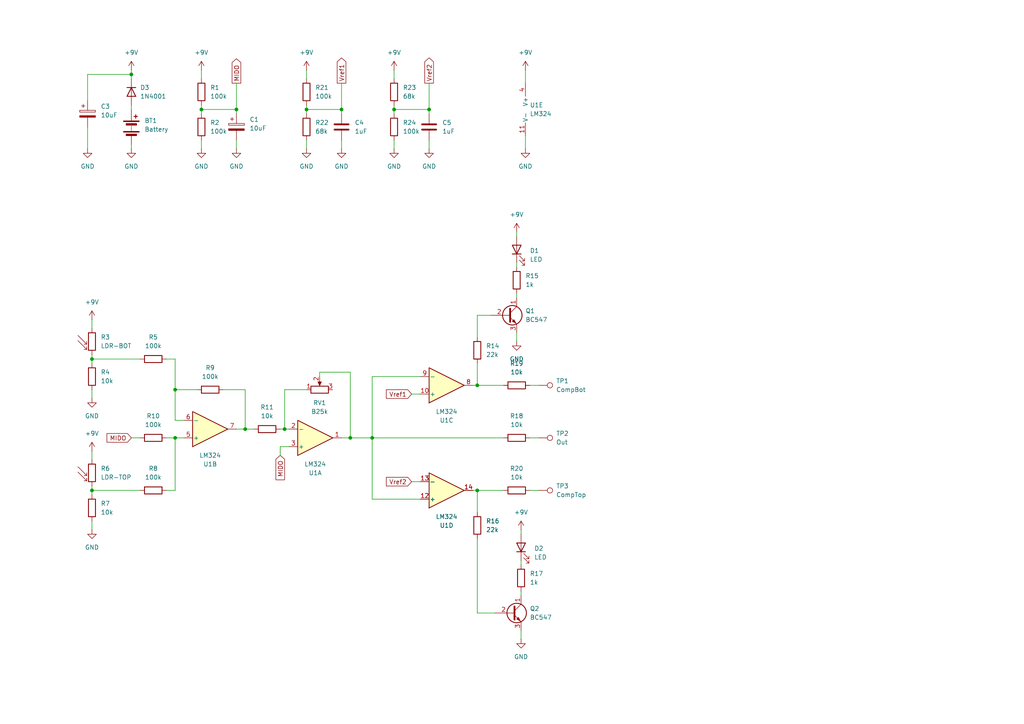
<source format=kicad_sch>
(kicad_sch (version 20231120) (generator "eeschema") (generator_version "8.0")
  (paper "A4")
  (title_block (title "Dlopper LSDA") (date "2025-02-08") (rev "2") (company "Neil Massey"))
  (lib_symbols
    (symbol "Amplifier_Operational:LM324" (pin_names (offset 0.127))
      (property "Reference" "U" (at 0 5.08 0))
      (property "Value" "LM324" (at 0 -5.08 0))
      (symbol "LM324_1_1"
        (polyline (pts (xy -5.08 5.08) (xy 5.08 0) (xy -5.08 -5.08) (xy -5.08 5.08)) (stroke (width 0.254)) (fill (type background)))
        (pin output line (at 7.62 0 180) (length 2.54) (name "~") (number "1"))
        (pin input line (at -7.62 -2.54 0) (length 2.54) (name "-") (number "2"))
        (pin input line (at -7.62 2.54 0) (length 2.54) (name "+") (number "3"))
      )
      (symbol "LM324_2_1"
        (polyline (pts (xy -5.08 5.08) (xy 5.08 0) (xy -5.08 -5.08) (xy -5.08 5.08)) (stroke (width 0.254)) (fill (type background)))
        (pin input line (at -7.62 2.54 0) (length 2.54) (name "+") (number "5"))
        (pin input line (at -7.62 -2.54 0) (length 2.54) (name "-") (number "6"))
        (pin output line (at 7.62 0 180) (length 2.54) (name "~") (number "7"))
      )
      (symbol "LM324_3_1"
        (polyline (pts (xy -5.08 5.08) (xy 5.08 0) (xy -5.08 -5.08) (xy -5.08 5.08)) (stroke (width 0.254)) (fill (type background)))
        (pin input line (at -7.62 2.54 0) (length 2.54) (name "+") (number "10"))
        (pin output line (at 7.62 0 180) (length 2.54) (name "~") (number "8"))
        (pin input line (at -7.62 -2.54 0) (length 2.54) (name "-") (number "9"))
      )
      (symbol "LM324_4_1"
        (polyline (pts (xy -5.08 5.08) (xy 5.08 0) (xy -5.08 -5.08) (xy -5.08 5.08)) (stroke (width 0.254)) (fill (type background)))
        (pin input line (at -7.62 2.54 0) (length 2.54) (name "+") (number "12"))
        (pin input line (at -7.62 -2.54 0) (length 2.54) (name "-") (number "13"))
        (pin output line (at 7.62 0 180) (length 2.54) (name "~") (number "14"))
      )
      (symbol "LM324_5_1"
        (pin power_in line (at -2.54 -7.62 90) (length 3.81) (name "V-") (number "11"))
        (pin power_in line (at -2.54 7.62 270) (length 3.81) (name "V+") (number "4"))
      )
    )
    (symbol "Connector:TestPoint" (pin_numbers hide) (pin_names (offset 0.762) hide)
      (property "Reference" "TP" (at 0 6.858 0))
      (property "Value" "TestPoint" (at 0 5.08 0))
      (symbol "TestPoint_0_1"
        (circle (center 0 3.302) (radius 0.762))
      )
      (symbol "TestPoint_1_1"
        (pin passive line (at 0 0 90) (length 2.54) (name "1") (number "1"))
      )
    )
    (symbol "Device:Battery" (pin_numbers hide) (pin_names (offset 0) hide)
      (property "Reference" "BT" (at 2.54 2.54 0))
      (property "Value" "Battery" (at 2.54 0 0))
      (symbol "Battery_0_1"
        (rectangle (start -2.286 -1.27) (end 2.286 -1.524) (fill (type outline)))
        (rectangle (start -2.286 1.778) (end 2.286 1.524) (fill (type outline)))
        (rectangle (start -1.524 -2.032) (end 1.524 -2.54) (fill (type outline)))
        (rectangle (start -1.524 1.016) (end 1.524 0.508) (fill (type outline)))
        (polyline (pts (xy 0 -1.016) (xy 0 -0.762)))
        (polyline (pts (xy 0 -0.508) (xy 0 -0.254)))
        (polyline (pts (xy 0 0) (xy 0 0.254)))
        (polyline (pts (xy 0 1.778) (xy 0 2.54)))
        (polyline (pts (xy 0.762 3.048) (xy 1.778 3.048)) (stroke (width 0.254)))
        (polyline (pts (xy 1.27 3.556) (xy 1.27 2.54)) (stroke (width 0.254)))
      )
      (symbol "Battery_1_1"
        (pin passive line (at 0 5.08 270) (length 2.54) (name "+") (number "1"))
        (pin passive line (at 0 -5.08 90) (length 2.54) (name "-") (number "2"))
      )
    )
    (symbol "Device:C" (pin_numbers hide) (pin_names (offset 0.254))
      (property "Reference" "C" (at 0.635 2.54 0))
      (property "Value" "C" (at 0.635 -2.54 0))
      (symbol "C_0_1"
        (polyline (pts (xy -2.032 -0.762) (xy 2.032 -0.762)) (stroke (width 0.508)))
        (polyline (pts (xy -2.032 0.762) (xy 2.032 0.762)) (stroke (width 0.508)))
      )
      (symbol "C_1_1"
        (pin passive line (at 0 3.81 270) (length 2.794) (name "~") (number "1"))
        (pin passive line (at 0 -3.81 90) (length 2.794) (name "~") (number "2"))
      )
    )
    (symbol "Device:C_Polarized" (pin_numbers hide) (pin_names (offset 0.254))
      (property "Reference" "C" (at 0.635 2.54 0))
      (property "Value" "C_Polarized" (at 0.635 -2.54 0))
      (symbol "C_Polarized_0_1"
        (rectangle (start -2.286 0.508) (end 2.286 1.016))
        (polyline (pts (xy -1.778 2.286) (xy -0.762 2.286)))
        (polyline (pts (xy -1.27 2.794) (xy -1.27 1.778)))
        (rectangle (start 2.286 -0.508) (end -2.286 -1.016) (fill (type outline)))
      )
      (symbol "C_Polarized_1_1"
        (pin passive line (at 0 3.81 270) (length 2.794) (name "~") (number "1"))
        (pin passive line (at 0 -3.81 90) (length 2.794) (name "~") (number "2"))
      )
    )
    (symbol "Device:LED" (pin_numbers hide) (pin_names (offset 1.016) hide)
      (property "Reference" "D" (at 0 2.54 0))
      (property "Value" "LED" (at 0 -2.54 0))
      (symbol "LED_0_1"
        (polyline (pts (xy -1.27 -1.27) (xy -1.27 1.27)) (stroke (width 0.254)))
        (polyline (pts (xy -1.27 0) (xy 1.27 0)))
        (polyline (pts (xy 1.27 -1.27) (xy 1.27 1.27) (xy -1.27 0) (xy 1.27 -1.27)) (stroke (width 0.254)))
        (polyline (pts (xy -3.048 -0.762) (xy -4.572 -2.286) (xy -3.81 -2.286) (xy -4.572 -2.286) (xy -4.572 -1.524)))
        (polyline (pts (xy -1.778 -0.762) (xy -3.302 -2.286) (xy -2.54 -2.286) (xy -3.302 -2.286) (xy -3.302 -1.524)))
      )
      (symbol "LED_1_1"
        (pin passive line (at -3.81 0 0) (length 2.54) (name "K") (number "1"))
        (pin passive line (at 3.81 0 180) (length 2.54) (name "A") (number "2"))
      )
    )
    (symbol "Device:R" (pin_numbers hide) (pin_names (offset 0))
      (property "Reference" "R" (at 2.032 0 90))
      (property "Value" "R" (at 0 0 90))
      (symbol "R_0_1"
        (rectangle (start -1.016 -2.54) (end 1.016 2.54) (stroke (width 0.254)))
      )
      (symbol "R_1_1"
        (pin passive line (at 0 3.81 270) (length 1.27) (name "~") (number "1"))
        (pin passive line (at 0 -3.81 90) (length 1.27) (name "~") (number "2"))
      )
    )
    (symbol "Device:R_Potentiometer" (pin_names (offset 1.016) hide)
      (property "Reference" "RV" (at -4.445 0 90))
      (property "Value" "R_Potentiometer" (at -2.54 0 90))
      (symbol "R_Potentiometer_0_1"
        (polyline (pts (xy 2.54 0) (xy 1.524 0)))
        (polyline (pts (xy 1.143 0) (xy 2.286 0.508) (xy 2.286 -0.508) (xy 1.143 0)) (fill (type outline)))
        (rectangle (start 1.016 2.54) (end -1.016 -2.54) (stroke (width 0.254)))
      )
      (symbol "R_Potentiometer_1_1"
        (pin passive line (at 0 3.81 270) (length 1.27) (name "1") (number "1"))
        (pin passive line (at 3.81 0 180) (length 1.27) (name "2") (number "2"))
        (pin passive line (at 0 -3.81 90) (length 1.27) (name "3") (number "3"))
      )
    )
    (symbol "Diode:1N4001" (pin_numbers hide) (pin_names hide)
      (property "Reference" "D" (at 0 2.54 0))
      (property "Value" "1N4001" (at 0 -2.54 0))
      (symbol "1N4001_0_1"
        (polyline (pts (xy -1.27 1.27) (xy -1.27 -1.27)) (stroke (width 0.254)))
        (polyline (pts (xy 1.27 0) (xy -1.27 0)))
        (polyline (pts (xy 1.27 1.27) (xy 1.27 -1.27) (xy -1.27 0) (xy 1.27 1.27)) (stroke (width 0.254)))
      )
      (symbol "1N4001_1_1"
        (pin passive line (at -3.81 0 0) (length 2.54) (name "K") (number "1"))
        (pin passive line (at 3.81 0 180) (length 2.54) (name "A") (number "2"))
      )
    )
    (symbol "Sensor_Optical:LDR03" (pin_numbers hide) (pin_names (offset 0))
      (property "Reference" "R" (at -5.08 0 90))
      (property "Value" "LDR03" (at 1.905 0 90))
      (symbol "LDR03_0_1"
        (rectangle (start -1.016 2.54) (end 1.016 -2.54) (stroke (width 0.254)))
        (polyline (pts (xy -1.524 -2.286) (xy -4.064 0.254)))
        (polyline (pts (xy -1.524 -2.286) (xy -2.286 -2.286)))
        (polyline (pts (xy -1.524 -2.286) (xy -1.524 -1.524)))
        (polyline (pts (xy -1.524 -0.762) (xy -4.064 1.778)))
        (polyline (pts (xy -1.524 -0.762) (xy -2.286 -0.762)))
        (polyline (pts (xy -1.524 -0.762) (xy -1.524 0)))
      )
      (symbol "LDR03_1_1"
        (pin passive line (at 0 3.81 270) (length 1.27) (name "~") (number "1"))
        (pin passive line (at 0 -3.81 90) (length 1.27) (name "~") (number "2"))
      )
    )
    (symbol "Transistor_BJT:BC547" (pin_names (offset 0) hide)
      (property "Reference" "Q" (at 5.08 1.905 0))
      (property "Value" "BC547" (at 5.08 0 0))
      (symbol "BC547_0_1"
        (polyline (pts (xy 0 0) (xy 0.635 0)))
        (polyline (pts (xy 0.635 0.635) (xy 2.54 2.54)))
        (polyline (pts (xy 0.635 -0.635) (xy 2.54 -2.54) (xy 2.54 -2.54)))
        (polyline (pts (xy 0.635 1.905) (xy 0.635 -1.905) (xy 0.635 -1.905)) (stroke (width 0.508)))
        (polyline (pts (xy 1.27 -1.778) (xy 1.778 -1.27) (xy 2.286 -2.286) (xy 1.27 -1.778) (xy 1.27 -1.778)) (fill (type outline)))
        (circle (center 1.27 0) (radius 2.8194) (stroke (width 0.254)))
      )
      (symbol "BC547_1_1"
        (pin passive line (at 2.54 5.08 270) (length 2.54) (name "C") (number "1"))
        (pin input line (at -5.08 0 0) (length 5.08) (name "B") (number "2"))
        (pin passive line (at 2.54 -5.08 90) (length 2.54) (name "E") (number "3"))
      )
    )
    (symbol "power:+9V" (power) (pin_numbers hide) (pin_names (offset 0) hide)
      (property "Value" "+9V" (at 0 3.556 0))
      (symbol "+9V_0_1"
        (polyline (pts (xy -0.762 1.27) (xy 0 2.54)))
        (polyline (pts (xy 0 0) (xy 0 2.54)))
        (polyline (pts (xy 0 2.54) (xy 0.762 1.27)))
      )
      (symbol "+9V_1_1"
        (pin power_in line (at 0 0 90) (length 0) (name "~") (number "1"))
      )
    )
    (symbol "power:GND" (power) (pin_numbers hide) (pin_names (offset 0) hide)
      (property "Value" "GND" (at 0 -3.81 0))
      (symbol "GND_0_1"
        (polyline (pts (xy 0 0) (xy 0 -1.27) (xy 1.27 -1.27) (xy 0 -2.54) (xy -1.27 -1.27) (xy 0 -1.27)))
      )
      (symbol "GND_1_1"
        (pin power_in line (at 0 0 270) (length 0) (name "~") (number "1"))
      )
    )
  )
  (junction (at 26.67 142.24))
  (junction (at 138.43 142.24))
  (junction (at 82.55 124.46))
  (junction (at 38.1 21.59))
  (junction (at 99.06 31.75))
  (junction (at 88.9 31.75))
  (junction (at 124.46 31.75))
  (junction (at 68.58 31.75))
  (junction (at 138.43 111.76))
  (junction (at 71.12 124.46))
  (junction (at 50.8 113.03))
  (junction (at 26.67 104.14))
  (junction (at 107.95 127))
  (junction (at 58.42 31.75))
  (junction (at 50.8 127))
  (junction (at 114.3 31.75))
  (junction (at 101.6 127))
  (wire (pts (xy 68.58 24.13) (xy 68.58 31.75)))
  (wire (pts (xy 26.67 151.13) (xy 26.67 153.67)))
  (wire (pts (xy 26.67 102.87) (xy 26.67 104.14)))
  (wire (pts (xy 124.46 40.64) (xy 124.46 43.18)))
  (wire (pts (xy 81.28 124.46) (xy 82.55 124.46)))
  (wire (pts (xy 38.1 21.59) (xy 25.4 21.59)))
  (wire (pts (xy 114.3 20.32) (xy 114.3 22.86)))
  (wire (pts (xy 138.43 111.76) (xy 146.05 111.76)))
  (wire (pts (xy 50.8 113.03) (xy 50.8 121.92)))
  (wire (pts (xy 99.06 31.75) (xy 99.06 33.02)))
  (wire (pts (xy 138.43 105.41) (xy 138.43 111.76)))
  (wire (pts (xy 151.13 153.67) (xy 151.13 154.94)))
  (wire (pts (xy 124.46 24.13) (xy 124.46 31.75)))
  (wire (pts (xy 38.1 20.32) (xy 38.1 21.59)))
  (wire (pts (xy 151.13 171.45) (xy 151.13 172.72)))
  (wire (pts (xy 58.42 30.48) (xy 58.42 31.75)))
  (wire (pts (xy 82.55 124.46) (xy 83.82 124.46)))
  (wire (pts (xy 137.16 142.24) (xy 138.43 142.24)))
  (wire (pts (xy 88.9 40.64) (xy 88.9 43.18)))
  (wire (pts (xy 88.9 20.32) (xy 88.9 22.86)))
  (wire (pts (xy 82.55 113.03) (xy 82.55 124.46)))
  (wire (pts (xy 38.1 41.91) (xy 38.1 43.18)))
  (wire (pts (xy 25.4 36.83) (xy 25.4 43.18)))
  (wire (pts (xy 92.71 107.95) (xy 101.6 107.95)))
  (wire (pts (xy 58.42 31.75) (xy 58.42 33.02)))
  (wire (pts (xy 71.12 124.46) (xy 73.66 124.46)))
  (wire (pts (xy 88.9 31.75) (xy 99.06 31.75)))
  (wire (pts (xy 58.42 31.75) (xy 68.58 31.75)))
  (wire (pts (xy 50.8 104.14) (xy 48.26 104.14)))
  (wire (pts (xy 149.86 96.52) (xy 149.86 99.06)))
  (wire (pts (xy 26.67 130.81) (xy 26.67 133.35)))
  (wire (pts (xy 71.12 113.03) (xy 71.12 124.46)))
  (wire (pts (xy 114.3 31.75) (xy 114.3 33.02)))
  (wire (pts (xy 26.67 140.97) (xy 26.67 142.24)))
  (wire (pts (xy 124.46 31.75) (xy 124.46 33.02)))
  (wire (pts (xy 138.43 142.24) (xy 138.43 148.59)))
  (wire (pts (xy 121.92 144.78) (xy 107.95 144.78)))
  (wire (pts (xy 53.34 121.92) (xy 50.8 121.92)))
  (wire (pts (xy 114.3 30.48) (xy 114.3 31.75)))
  (wire (pts (xy 114.3 31.75) (xy 124.46 31.75)))
  (wire (pts (xy 26.67 142.24) (xy 26.67 143.51)))
  (wire (pts (xy 107.95 109.22) (xy 121.92 109.22)))
  (wire (pts (xy 142.24 91.44) (xy 138.43 91.44)))
  (wire (pts (xy 153.67 142.24) (xy 156.21 142.24)))
  (wire (pts (xy 26.67 142.24) (xy 40.64 142.24)))
  (wire (pts (xy 101.6 107.95) (xy 101.6 127)))
  (wire (pts (xy 153.67 111.76) (xy 156.21 111.76)))
  (wire (pts (xy 138.43 156.21) (xy 138.43 177.8)))
  (wire (pts (xy 48.26 127) (xy 50.8 127)))
  (wire (pts (xy 26.67 104.14) (xy 26.67 105.41)))
  (wire (pts (xy 138.43 91.44) (xy 138.43 97.79)))
  (wire (pts (xy 149.86 76.2) (xy 149.86 77.47)))
  (wire (pts (xy 25.4 21.59) (xy 25.4 29.21)))
  (wire (pts (xy 152.4 20.32) (xy 152.4 24.13)))
  (wire (pts (xy 26.67 104.14) (xy 40.64 104.14)))
  (wire (pts (xy 153.67 127) (xy 156.21 127)))
  (wire (pts (xy 71.12 124.46) (xy 68.58 124.46)))
  (wire (pts (xy 26.67 113.03) (xy 26.67 115.57)))
  (wire (pts (xy 81.28 129.54) (xy 81.28 132.08)))
  (wire (pts (xy 68.58 31.75) (xy 68.58 33.02)))
  (wire (pts (xy 152.4 39.37) (xy 152.4 43.18)))
  (wire (pts (xy 92.71 107.95) (xy 92.71 109.22)))
  (wire (pts (xy 38.1 21.59) (xy 38.1 22.86)))
  (wire (pts (xy 83.82 129.54) (xy 81.28 129.54)))
  (wire (pts (xy 119.38 114.3) (xy 121.92 114.3)))
  (wire (pts (xy 50.8 104.14) (xy 50.8 113.03)))
  (wire (pts (xy 38.1 127) (xy 40.64 127)))
  (wire (pts (xy 151.13 182.88) (xy 151.13 185.42)))
  (wire (pts (xy 50.8 113.03) (xy 57.15 113.03)))
  (wire (pts (xy 149.86 85.09) (xy 149.86 86.36)))
  (wire (pts (xy 58.42 40.64) (xy 58.42 43.18)))
  (wire (pts (xy 58.42 20.32) (xy 58.42 22.86)))
  (wire (pts (xy 38.1 31.75) (xy 38.1 30.48)))
  (wire (pts (xy 143.51 177.8) (xy 138.43 177.8)))
  (wire (pts (xy 99.06 127) (xy 101.6 127)))
  (wire (pts (xy 53.34 127) (xy 50.8 127)))
  (wire (pts (xy 107.95 127) (xy 107.95 109.22)))
  (wire (pts (xy 114.3 40.64) (xy 114.3 43.18)))
  (wire (pts (xy 138.43 111.76) (xy 137.16 111.76)))
  (wire (pts (xy 64.77 113.03) (xy 71.12 113.03)))
  (wire (pts (xy 107.95 144.78) (xy 107.95 127)))
  (wire (pts (xy 101.6 127) (xy 107.95 127)))
  (wire (pts (xy 99.06 24.13) (xy 99.06 31.75)))
  (wire (pts (xy 107.95 127) (xy 146.05 127)))
  (wire (pts (xy 119.38 139.7) (xy 121.92 139.7)))
  (wire (pts (xy 88.9 113.03) (xy 82.55 113.03)))
  (wire (pts (xy 68.58 40.64) (xy 68.58 43.18)))
  (wire (pts (xy 151.13 162.56) (xy 151.13 163.83)))
  (wire (pts (xy 50.8 142.24) (xy 48.26 142.24)))
  (wire (pts (xy 88.9 31.75) (xy 88.9 33.02)))
  (wire (pts (xy 138.43 142.24) (xy 146.05 142.24)))
  (wire (pts (xy 99.06 40.64) (xy 99.06 43.18)))
  (wire (pts (xy 88.9 30.48) (xy 88.9 31.75)))
  (wire (pts (xy 50.8 127) (xy 50.8 142.24)))
  (wire (pts (xy 26.67 92.71) (xy 26.67 95.25)))
  (wire (pts (xy 149.86 67.31) (xy 149.86 68.58)))
  (global_label "MIDO" (shape input) (at 38.1 127 180) (property "Intersheetrefs" "${INTERSHEET_REFS}" (effects (hide yes))))
  (global_label "MIDO" (shape output) (at 68.58 24.13 90) (property "Intersheetrefs" "${INTERSHEET_REFS}" (effects (hide yes))))
  (global_label "MIDO" (shape input) (at 81.28 132.08 270) (property "Intersheetrefs" "${INTERSHEET_REFS}" (effects (hide yes))))
  (global_label "Vref2" (shape output) (at 124.46 24.13 90) (property "Intersheetrefs" "${INTERSHEET_REFS}" (effects (hide yes))))
  (global_label "Vref1" (shape output) (at 99.06 24.13 90) (property "Intersheetrefs" "${INTERSHEET_REFS}" (effects (hide yes))))
  (global_label "Vref1" (shape input) (at 119.38 114.3 180) (property "Intersheetrefs" "${INTERSHEET_REFS}" (effects (hide yes))))
  (global_label "Vref2" (shape input) (at 119.38 139.7 180) (property "Intersheetrefs" "${INTERSHEET_REFS}" (effects (hide yes))))
  (symbol (lib_id "Device:R") (at 149.86 81.28 0) (unit 1)
    (property "Reference" "R15" (at 152.4 80.0099 0) (effects (justify left)))
    (property "Value" "1k" (at 152.4 82.5499 0) (effects (justify left)))
    (property "Footprint" "diy-nabra:r3" (effects (hide yes)))
    (property "Description" "Resistor" (effects (hide yes)))
  )
  (symbol (lib_id "Device:R") (at 58.42 36.83 0) (unit 1)
    (property "Reference" "R2" (at 60.96 35.5599 0) (effects (justify left)))
    (property "Value" "100k" (at 60.96 38.0999 0) (effects (justify left)))
    (property "Footprint" "diy-nabra:r3" (effects (hide yes)))
    (property "Description" "Resistor" (effects (hide yes)))
  )
  (symbol (lib_id "Device:R") (at 58.42 26.67 0) (unit 1)
    (property "Reference" "R1" (at 60.96 25.3999 0) (effects (justify left)))
    (property "Value" "100k" (at 60.96 27.9399 0) (effects (justify left)))
    (property "Footprint" "diy-nabra:r3" (effects (hide yes)))
    (property "Description" "Resistor" (effects (hide yes)))
  )
  (symbol (lib_id "Device:C_Polarized") (at 68.58 36.83 0) (unit 1)
    (property "Reference" "C1" (at 72.39 34.6709 0) (effects (justify left)))
    (property "Value" "10uF" (at 72.39 37.2109 0) (effects (justify left)))
    (property "Footprint" "diy-nabra:cel1" (effects (hide yes)))
    (property "Description" "Polarized capacitor" (effects (hide yes)))
  )
  (symbol (lib_id "Transistor_BJT:BC547") (at 148.59 177.8 0) (unit 1)
    (property "Reference" "Q2" (at 153.67 176.5299 0) (effects (justify left)))
    (property "Value" "BC547" (at 153.67 179.0699 0) (effects (justify left)))
    (property "Footprint" "diy-nabra:qnpn" (effects (hide yes)))
    (property "Datasheet" "https://www.onsemi.com/pub/Collateral/BC550-D.pdf" (effects (hide yes)))
    (property "Description" "0.1A Ic, 45V Vce, Small Signal NPN Transistor, TO-92" (effects (hide yes)))
  )
  (symbol (lib_id "power:GND") (at 151.13 185.42 0) (unit 1)
    (property "Reference" "#PWR019" (effects (hide yes)))
    (property "Value" "GND" (at 151.13 190.5 0))
    (property "Description" "Power symbol creates a global label with name \"GND\" , ground" (effects (hide yes)))
  )
  (symbol (lib_id "Device:R") (at 44.45 142.24 90) (unit 1)
    (property "Reference" "R8" (at 44.45 135.89 90))
    (property "Value" "100k" (at 44.45 138.43 90))
    (property "Footprint" "diy-nabra:r3" (effects (hide yes)))
    (property "Description" "Resistor" (effects (hide yes)))
  )
  (symbol (lib_id "Amplifier_Operational:LM324") (at 154.94 31.75 0) (unit 5)
    (property "Reference" "U1" (at 153.67 30.4799 0) (effects (justify left)))
    (property "Value" "LM324" (at 153.67 33.0199 0) (effects (justify left)))
    (property "Footprint" "diy-nabra:dip14" (effects (hide yes)))
    (property "Datasheet" "http://www.ti.com/lit/ds/symlink/lm2902-n.pdf" (effects (hide yes)))
    (property "Description" "Low-Power, Quad-Operational Amplifiers, DIP-14/SOIC-14/SSOP-14" (effects (hide yes)))
  )
  (symbol (lib_id "Device:Battery") (at 38.1 36.83 0) (unit 1)
    (property "Reference" "BT1" (at 41.91 34.9884 0) (effects (justify left)))
    (property "Value" "Battery" (at 41.91 37.5284 0) (effects (justify left)))
    (property "Footprint" "diy-nabra:wobelisk" (effects (hide yes)))
    (property "Description" "Multiple-cell battery" (effects (hide yes)))
  )
  (symbol (lib_id "Sensor_Optical:LDR03") (at 26.67 99.06 0) (unit 1)
    (property "Reference" "R3" (at 29.21 97.7899 0) (effects (justify left)))
    (property "Value" "LDR-BOT" (at 29.21 100.3299 0) (effects (justify left)))
    (property "Footprint" "diy-nabra:cadsulfide_sm" (effects (hide yes)))
    (property "Datasheet" "http://www.elektronica-componenten.nl/WebRoot/StoreNL/Shops/61422969/54F1/BA0C/C664/31B9/2173/C0A8/2AB9/2AEF/LDR03IMP.pdf" (effects (hide yes)))
    (property "Description" "light dependent resistor" (effects (hide yes)))
  )
  (symbol (lib_id "power:GND") (at 114.3 43.18 0) (unit 1)
    (property "Reference" "#PWR025" (effects (hide yes)))
    (property "Value" "GND" (at 114.3 48.26 0))
    (property "Description" "Power symbol creates a global label with name \"GND\" , ground" (effects (hide yes)))
  )
  (symbol (lib_id "Device:R") (at 44.45 127 90) (unit 1)
    (property "Reference" "R10" (at 44.45 120.65 90))
    (property "Value" "100k" (at 44.45 123.19 90))
    (property "Footprint" "diy-nabra:r3" (effects (hide yes)))
    (property "Description" "Resistor" (effects (hide yes)))
  )
  (symbol (lib_id "Device:LED") (at 149.86 72.39 90) (unit 1)
    (property "Reference" "D1" (at 153.67 72.7074 90) (effects (justify right)))
    (property "Value" "LED" (at 153.67 75.2474 90) (effects (justify right)))
    (property "Footprint" "diy-nabra:led" (effects (hide yes)))
    (property "Description" "Light emitting diode" (effects (hide yes)))
  )
  (symbol (lib_id "power:+9V") (at 26.67 130.81 0) (unit 1)
    (property "Reference" "#PWR08" (effects (hide yes)))
    (property "Value" "+9V" (at 26.67 125.73 0))
    (property "Description" "Power symbol creates a global label with name \"+9V\"" (effects (hide yes)))
  )
  (symbol (lib_id "Connector:TestPoint") (at 156.21 111.76 270) (unit 1)
    (property "Reference" "TP1" (at 161.29 110.4899 90) (effects (justify left)))
    (property "Value" "CompBot" (at 161.29 113.0299 90) (effects (justify left)))
    (property "Footprint" "diy-nabra:wsqout" (effects (hide yes)))
    (property "Description" "test point" (effects (hide yes)))
  )
  (symbol (lib_id "Device:R") (at 149.86 111.76 90) (unit 1)
    (property "Reference" "R19" (at 149.86 105.41 90))
    (property "Value" "10k" (at 149.86 107.95 90))
    (property "Footprint" "diy-nabra:r3" (effects (hide yes)))
    (property "Description" "Resistor" (effects (hide yes)))
  )
  (symbol (lib_id "power:GND") (at 26.67 153.67 0) (unit 1)
    (property "Reference" "#PWR09" (effects (hide yes)))
    (property "Value" "GND" (at 26.67 158.75 0))
    (property "Description" "Power symbol creates a global label with name \"GND\" , ground" (effects (hide yes)))
  )
  (symbol (lib_id "power:GND") (at 68.58 43.18 0) (unit 1)
    (property "Reference" "#PWR02" (effects (hide yes)))
    (property "Value" "GND" (at 68.58 48.26 0))
    (property "Description" "Power symbol creates a global label with name \"GND\" , ground" (effects (hide yes)))
  )
  (symbol (lib_id "power:GND") (at 38.1 43.18 0) (unit 1)
    (property "Reference" "#PWR03" (effects (hide yes)))
    (property "Value" "GND" (at 38.1 48.26 0))
    (property "Description" "Power symbol creates a global label with name \"GND\" , ground" (effects (hide yes)))
  )
  (symbol (lib_id "power:GND") (at 99.06 43.18 0) (unit 1)
    (property "Reference" "#PWR023" (effects (hide yes)))
    (property "Value" "GND" (at 99.06 48.26 0))
    (property "Description" "Power symbol creates a global label with name \"GND\" , ground" (effects (hide yes)))
  )
  (symbol (lib_id "power:+9V") (at 58.42 20.32 0) (unit 1)
    (property "Reference" "#PWR05" (effects (hide yes)))
    (property "Value" "+9V" (at 58.42 15.24 0))
    (property "Description" "Power symbol creates a global label with name \"+9V\"" (effects (hide yes)))
  )
  (symbol (lib_id "Device:R") (at 88.9 26.67 0) (unit 1)
    (property "Reference" "R21" (at 91.44 25.3999 0) (effects (justify left)))
    (property "Value" "100k" (at 91.44 27.9399 0) (effects (justify left)))
    (property "Footprint" "diy-nabra:r3" (effects (hide yes)))
    (property "Description" "Resistor" (effects (hide yes)))
  )
  (symbol (lib_id "Device:R") (at 151.13 167.64 0) (unit 1)
    (property "Reference" "R17" (at 153.67 166.3699 0) (effects (justify left)))
    (property "Value" "1k" (at 153.67 168.9099 0) (effects (justify left)))
    (property "Footprint" "diy-nabra:r3" (effects (hide yes)))
    (property "Description" "Resistor" (effects (hide yes)))
  )
  (symbol (lib_id "power:GND") (at 58.42 43.18 0) (unit 1)
    (property "Reference" "#PWR01" (effects (hide yes)))
    (property "Value" "GND" (at 58.42 48.26 0))
    (property "Description" "Power symbol creates a global label with name \"GND\" , ground" (effects (hide yes)))
  )
  (symbol (lib_id "Device:C") (at 99.06 36.83 0) (unit 1)
    (property "Reference" "C4" (at 102.87 35.5599 0) (effects (justify left)))
    (property "Value" "1uF" (at 102.87 38.0999 0) (effects (justify left)))
    (property "Footprint" "diy-nabra:cpoly105" (effects (hide yes)))
    (property "Description" "Unpolarized capacitor" (effects (hide yes)))
  )
  (symbol (lib_id "power:GND") (at 88.9 43.18 0) (unit 1)
    (property "Reference" "#PWR022" (effects (hide yes)))
    (property "Value" "GND" (at 88.9 48.26 0))
    (property "Description" "Power symbol creates a global label with name \"GND\" , ground" (effects (hide yes)))
  )
  (symbol (lib_id "Connector:TestPoint") (at 156.21 142.24 270) (unit 1)
    (property "Reference" "TP3" (at 161.29 140.9699 90) (effects (justify left)))
    (property "Value" "CompTop" (at 161.29 143.5099 90) (effects (justify left)))
    (property "Footprint" "diy-nabra:wsqout" (effects (hide yes)))
    (property "Description" "test point" (effects (hide yes)))
  )
  (symbol (lib_id "Device:LED") (at 151.13 158.75 90) (unit 1)
    (property "Reference" "D2" (at 154.94 159.0674 90) (effects (justify right)))
    (property "Value" "LED" (at 154.94 161.6074 90) (effects (justify right)))
    (property "Footprint" "diy-nabra:led" (effects (hide yes)))
    (property "Description" "Light emitting diode" (effects (hide yes)))
  )
  (symbol (lib_id "power:+9V") (at 88.9 20.32 0) (unit 1)
    (property "Reference" "#PWR021" (effects (hide yes)))
    (property "Value" "+9V" (at 88.9 15.24 0))
    (property "Description" "Power symbol creates a global label with name \"+9V\"" (effects (hide yes)))
  )
  (symbol (lib_id "Amplifier_Operational:LM324") (at 129.54 111.76 0) (mirror x) (unit 3)
    (property "Reference" "U1" (at 129.54 121.92 0))
    (property "Value" "LM324" (at 129.54 119.38 0))
    (property "Footprint" "diy-nabra:dip14" (effects (hide yes)))
    (property "Datasheet" "http://www.ti.com/lit/ds/symlink/lm2902-n.pdf" (effects (hide yes)))
    (property "Description" "Low-Power, Quad-Operational Amplifiers, DIP-14/SOIC-14/SSOP-14" (effects (hide yes)))
  )
  (symbol (lib_id "power:+9V") (at 26.67 92.71 0) (unit 1)
    (property "Reference" "#PWR06" (effects (hide yes)))
    (property "Value" "+9V" (at 26.67 87.63 0))
    (property "Description" "Power symbol creates a global label with name \"+9V\"" (effects (hide yes)))
  )
  (symbol (lib_id "Device:R") (at 114.3 36.83 0) (unit 1)
    (property "Reference" "R24" (at 116.84 35.5599 0) (effects (justify left)))
    (property "Value" "100k" (at 116.84 38.0999 0) (effects (justify left)))
    (property "Footprint" "diy-nabra:r3" (effects (hide yes)))
    (property "Description" "Resistor" (effects (hide yes)))
  )
  (symbol (lib_id "Device:R_Potentiometer") (at 92.71 113.03 90) (unit 1)
    (property "Reference" "RV1" (at 92.71 116.84 90))
    (property "Value" "B25k" (at 92.71 119.38 90))
    (property "Footprint" "diy-nabra:wnob" (effects (hide yes)))
    (property "Description" "Potentiometer" (effects (hide yes)))
  )
  (symbol (lib_id "Device:C_Polarized") (at 25.4 33.02 0) (unit 1)
    (property "Reference" "C3" (at 29.21 30.8609 0) (effects (justify left)))
    (property "Value" "10uF" (at 29.21 33.4009 0) (effects (justify left)))
    (property "Footprint" "diy-nabra:cel1" (effects (hide yes)))
    (property "Description" "Polarized capacitor" (effects (hide yes)))
  )
  (symbol (lib_id "Device:R") (at 26.67 109.22 0) (unit 1)
    (property "Reference" "R4" (at 29.21 107.9499 0) (effects (justify left)))
    (property "Value" "10k" (at 29.21 110.4899 0) (effects (justify left)))
    (property "Footprint" "diy-nabra:r3" (effects (hide yes)))
    (property "Description" "Resistor" (effects (hide yes)))
  )
  (symbol (lib_id "Amplifier_Operational:LM324") (at 91.44 127 0) (mirror x) (unit 1)
    (property "Reference" "U1" (at 91.44 137.16 0))
    (property "Value" "LM324" (at 91.44 134.62 0))
    (property "Footprint" "diy-nabra:dip14" (effects (hide yes)))
    (property "Datasheet" "http://www.ti.com/lit/ds/symlink/lm2902-n.pdf" (effects (hide yes)))
    (property "Description" "Low-Power, Quad-Operational Amplifiers, DIP-14/SOIC-14/SSOP-14" (effects (hide yes)))
  )
  (symbol (lib_id "Amplifier_Operational:LM324") (at 60.96 124.46 0) (mirror x) (unit 2)
    (property "Reference" "U1" (at 60.96 134.62 0))
    (property "Value" "LM324" (at 60.96 132.08 0))
    (property "Footprint" "diy-nabra:dip14" (effects (hide yes)))
    (property "Datasheet" "http://www.ti.com/lit/ds/symlink/lm2902-n.pdf" (effects (hide yes)))
    (property "Description" "Low-Power, Quad-Operational Amplifiers, DIP-14/SOIC-14/SSOP-14" (effects (hide yes)))
  )
  (symbol (lib_id "Device:R") (at 26.67 147.32 0) (unit 1)
    (property "Reference" "R7" (at 29.21 146.0499 0) (effects (justify left)))
    (property "Value" "10k" (at 29.21 148.5899 0) (effects (justify left)))
    (property "Footprint" "diy-nabra:r3" (effects (hide yes)))
    (property "Description" "Resistor" (effects (hide yes)))
  )
  (symbol (lib_id "Device:R") (at 60.96 113.03 90) (unit 1)
    (property "Reference" "R9" (at 60.96 106.68 90))
    (property "Value" "100k" (at 60.96 109.22 90))
    (property "Footprint" "diy-nabra:r3" (effects (hide yes)))
    (property "Description" "Resistor" (effects (hide yes)))
  )
  (symbol (lib_id "power:GND") (at 124.46 43.18 0) (unit 1)
    (property "Reference" "#PWR026" (effects (hide yes)))
    (property "Value" "GND" (at 124.46 48.26 0))
    (property "Description" "Power symbol creates a global label with name \"GND\" , ground" (effects (hide yes)))
  )
  (symbol (lib_id "power:GND") (at 152.4 43.18 0) (unit 1)
    (property "Reference" "#PWR012" (effects (hide yes)))
    (property "Value" "GND" (at 152.4 48.26 0))
    (property "Description" "Power symbol creates a global label with name \"GND\" , ground" (effects (hide yes)))
  )
  (symbol (lib_id "power:+9V") (at 114.3 20.32 0) (unit 1)
    (property "Reference" "#PWR024" (effects (hide yes)))
    (property "Value" "+9V" (at 114.3 15.24 0))
    (property "Description" "Power symbol creates a global label with name \"+9V\"" (effects (hide yes)))
  )
  (symbol (lib_id "Device:R") (at 149.86 142.24 90) (unit 1)
    (property "Reference" "R20" (at 149.86 135.89 90))
    (property "Value" "10k" (at 149.86 138.43 90))
    (property "Footprint" "diy-nabra:r3" (effects (hide yes)))
    (property "Description" "Resistor" (effects (hide yes)))
  )
  (symbol (lib_id "Sensor_Optical:LDR03") (at 26.67 137.16 0) (unit 1)
    (property "Reference" "R6" (at 29.21 135.8899 0) (effects (justify left)))
    (property "Value" "LDR-TOP" (at 29.21 138.4299 0) (effects (justify left)))
    (property "Footprint" "diy-nabra:cadsulfide_sm" (effects (hide yes)))
    (property "Datasheet" "http://www.elektronica-componenten.nl/WebRoot/StoreNL/Shops/61422969/54F1/BA0C/C664/31B9/2173/C0A8/2AB9/2AEF/LDR03IMP.pdf" (effects (hide yes)))
    (property "Description" "light dependent resistor" (effects (hide yes)))
  )
  (symbol (lib_id "power:+9V") (at 152.4 20.32 0) (unit 1)
    (property "Reference" "#PWR011" (effects (hide yes)))
    (property "Value" "+9V" (at 152.4 15.24 0))
    (property "Description" "Power symbol creates a global label with name \"+9V\"" (effects (hide yes)))
  )
  (symbol (lib_id "power:+9V") (at 38.1 20.32 0) (unit 1)
    (property "Reference" "#PWR04" (effects (hide yes)))
    (property "Value" "+9V" (at 38.1 15.24 0))
    (property "Description" "Power symbol creates a global label with name \"+9V\"" (effects (hide yes)))
  )
  (symbol (lib_id "power:+9V") (at 151.13 153.67 0) (unit 1)
    (property "Reference" "#PWR018" (effects (hide yes)))
    (property "Value" "+9V" (at 151.13 148.59 0))
    (property "Description" "Power symbol creates a global label with name \"+9V\"" (effects (hide yes)))
  )
  (symbol (lib_id "power:GND") (at 149.86 99.06 0) (unit 1)
    (property "Reference" "#PWR016" (effects (hide yes)))
    (property "Value" "GND" (at 149.86 104.14 0))
    (property "Description" "Power symbol creates a global label with name \"GND\" , ground" (effects (hide yes)))
  )
  (symbol (lib_id "power:GND") (at 26.67 115.57 0) (unit 1)
    (property "Reference" "#PWR07" (effects (hide yes)))
    (property "Value" "GND" (at 26.67 120.65 0))
    (property "Description" "Power symbol creates a global label with name \"GND\" , ground" (effects (hide yes)))
  )
  (symbol (lib_id "Device:R") (at 138.43 152.4 0) (unit 1)
    (property "Reference" "R16" (at 140.97 151.1299 0) (effects (justify left)))
    (property "Value" "22k" (at 140.97 153.6699 0) (effects (justify left)))
    (property "Footprint" "diy-nabra:r3" (effects (hide yes)))
    (property "Description" "Resistor" (effects (hide yes)))
  )
  (symbol (lib_id "Device:R") (at 88.9 36.83 0) (unit 1)
    (property "Reference" "R22" (at 91.44 35.5599 0) (effects (justify left)))
    (property "Value" "68k" (at 91.44 38.0999 0) (effects (justify left)))
    (property "Footprint" "diy-nabra:r3" (effects (hide yes)))
    (property "Description" "Resistor" (effects (hide yes)))
  )
  (symbol (lib_id "Diode:1N4001") (at 38.1 26.67 270) (unit 1)
    (property "Reference" "D3" (at 40.64 25.3999 90) (effects (justify left)))
    (property "Value" "1N4001" (at 40.64 27.9399 90) (effects (justify left)))
    (property "Footprint" "diy-nabra:power-1n4001" (effects (hide yes)))
    (property "Datasheet" "http://www.vishay.com/docs/88503/1n4001.pdf" (effects (hide yes)))
    (property "Description" "50V 1A General Purpose Rectifier Diode, DO-41" (effects (hide yes)))
    (property "Sim.Device" "D" (effects (hide yes)))
    (property "Sim.Pins" "1=K 2=A" (effects (hide yes)))
  )
  (symbol (lib_id "Device:R") (at 114.3 26.67 0) (unit 1)
    (property "Reference" "R23" (at 116.84 25.3999 0) (effects (justify left)))
    (property "Value" "68k" (at 116.84 27.9399 0) (effects (justify left)))
    (property "Footprint" "diy-nabra:r3" (effects (hide yes)))
    (property "Description" "Resistor" (effects (hide yes)))
  )
  (symbol (lib_id "Connector:TestPoint") (at 156.21 127 270) (unit 1)
    (property "Reference" "TP2" (at 161.29 125.7299 90) (effects (justify left)))
    (property "Value" "Out" (at 161.29 128.2699 90) (effects (justify left)))
    (property "Footprint" "diy-nabra:wsqout" (effects (hide yes)))
    (property "Description" "test point" (effects (hide yes)))
  )
  (symbol (lib_id "Device:R") (at 138.43 101.6 0) (unit 1)
    (property "Reference" "R14" (at 140.97 100.3299 0) (effects (justify left)))
    (property "Value" "22k" (at 140.97 102.8699 0) (effects (justify left)))
    (property "Footprint" "diy-nabra:r3" (effects (hide yes)))
    (property "Description" "Resistor" (effects (hide yes)))
  )
  (symbol (lib_id "Amplifier_Operational:LM324") (at 129.54 142.24 0) (mirror x) (unit 4)
    (property "Reference" "U1" (at 129.54 152.4 0))
    (property "Value" "LM324" (at 129.54 149.86 0))
    (property "Footprint" "diy-nabra:dip14" (effects (hide yes)))
    (property "Datasheet" "http://www.ti.com/lit/ds/symlink/lm2902-n.pdf" (effects (hide yes)))
    (property "Description" "Low-Power, Quad-Operational Amplifiers, DIP-14/SOIC-14/SSOP-14" (effects (hide yes)))
  )
  (symbol (lib_id "Device:C") (at 124.46 36.83 0) (unit 1)
    (property "Reference" "C5" (at 128.27 35.5599 0) (effects (justify left)))
    (property "Value" "1uF" (at 128.27 38.0999 0) (effects (justify left)))
    (property "Footprint" "diy-nabra:cpoly105" (effects (hide yes)))
    (property "Description" "Unpolarized capacitor" (effects (hide yes)))
  )
  (symbol (lib_id "Device:R") (at 77.47 124.46 90) (unit 1)
    (property "Reference" "R11" (at 77.47 118.11 90))
    (property "Value" "10k" (at 77.47 120.65 90))
    (property "Footprint" "diy-nabra:r3" (effects (hide yes)))
    (property "Description" "Resistor" (effects (hide yes)))
  )
  (symbol (lib_id "Device:R") (at 149.86 127 90) (unit 1)
    (property "Reference" "R18" (at 149.86 120.65 90))
    (property "Value" "10k" (at 149.86 123.19 90))
    (property "Footprint" "diy-nabra:r3" (effects (hide yes)))
    (property "Description" "Resistor" (effects (hide yes)))
  )
  (symbol (lib_id "power:GND") (at 25.4 43.18 0) (unit 1)
    (property "Reference" "#PWR020" (effects (hide yes)))
    (property "Value" "GND" (at 25.4 48.26 0))
    (property "Description" "Power symbol creates a global label with name \"GND\" , ground" (effects (hide yes)))
  )
  (symbol (lib_id "power:+9V") (at 149.86 67.31 0) (unit 1)
    (property "Reference" "#PWR017" (effects (hide yes)))
    (property "Value" "+9V" (at 149.86 62.23 0))
    (property "Description" "Power symbol creates a global label with name \"+9V\"" (effects (hide yes)))
  )
  (symbol (lib_id "Transistor_BJT:BC547") (at 147.32 91.44 0) (unit 1)
    (property "Reference" "Q1" (at 152.4 90.1699 0) (effects (justify left)))
    (property "Value" "BC547" (at 152.4 92.7099 0) (effects (justify left)))
    (property "Footprint" "diy-nabra:qnpn" (effects (hide yes)))
    (property "Datasheet" "https://www.onsemi.com/pub/Collateral/BC550-D.pdf" (effects (hide yes)))
    (property "Description" "0.1A Ic, 45V Vce, Small Signal NPN Transistor, TO-92" (effects (hide yes)))
  )
  (symbol (lib_id "Device:R") (at 44.45 104.14 90) (unit 1)
    (property "Reference" "R5" (at 44.45 97.79 90))
    (property "Value" "100k" (at 44.45 100.33 90))
    (property "Footprint" "diy-nabra:r3" (effects (hide yes)))
    (property "Description" "Resistor" (effects (hide yes)))
  )
)
</source>
